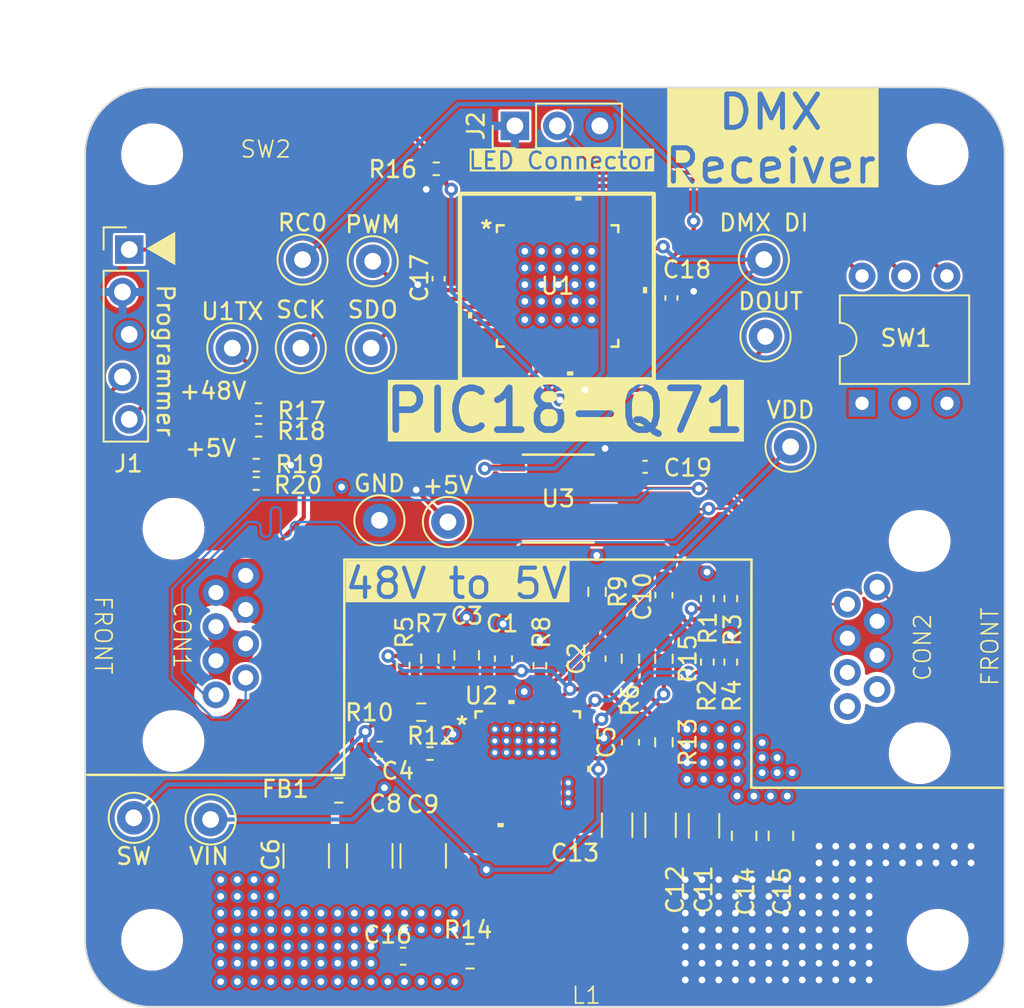
<source format=kicad_pcb>
(kicad_pcb (version 20221018) (generator pcbnew)
  (layers (0 "F.Cu" signal) (1 "In1.Cu" signal) (2 "In2.Cu" signal) (31 "B.Cu" signal) (34 "B.Paste" user) (35 "F.Paste" user) (36 "B.SilkS" user "B.Silkscreen") (37 "F.SilkS" user "F.Silkscreen") (38 "B.Mask" user) (39 "F.Mask" user) (44 "Edge.Cuts" user))
  (net 0 "")
  (net 1 "+5V")
  (net 2 "D+")
  (net 3 "D-")
  (net 4 "MCLR")
  (net 5 "ICSPDAT")
  (net 6 "ICSPCLK")
  (net 7 "DOUT")
  (net 8 "Net-(U1A-RD1)")
  (net 9 "Net-(U1A-RD2)")
  (net 10 "Net-(U1A-RD3)")
  (net 11 "FLOAT")
  (net 12 "DMX DATA IN")
  (net 13 "Net-(U1A-RB0)")
  (net 14 "Net-(U1A-RB1)")
  (net 15 "Net-(U1A-RB3)")
  (net 16 "Net-(U1A-RB4)")
  (net 17 "VIN")
  (net 18 "SW")
  (net 19 "FB")
  (net 20 "GND")
  (net 21 "ILIM")
  (net 22 "VDD")
  (net 23 "+48V")
  (net 24 "Net-(D1-A)")
  (net 25 "Net-(D2-A)")
  (net 26 "Net-(U1A-RC0)")
  (net 27 "Net-(U2B-SVIN)")
  (net 28 "Net-(U2B-PVDD)")
  (net 29 "Net-(U2A-FREQ)")
  (net 30 "Net-(U2A-EN)")
  (net 31 "Net-(U2A-PG)")
  (net 32 "Net-(U2A-BST)")
  (net 33 "Net-(U2B-AGND)")
  (net 34 "Net-(C4-Pad1)")
  (net 35 "Net-(C10-Pad1)")
  (net 36 "Net-(C16-Pad1)")
  (footprint "Resistor_SMD:R_0402_1005Metric_Pad0.72x0.64mm_HandSolder" (layer "F.Cu") (at 160.37 99.28)
    (fp_text reference "R17")
    (fp_text value "30k")
  )
  (footprint "TestPoint:TestPoint_Loop_D2.50mm_Drill1.0mm" (layer "F.Cu") (at 190.7 94.9)
    (fp_text reference "TP5" hide)
    (fp_text value "DOUT")
  )
  (footprint "Fiducial:Fiducial_1mm_Mask2mm" (layer "F.Cu") (at 203.1 88.7)
    (fp_text reference "FID3" hide)
    (fp_text value "Fiducial")
  )
  (footprint "Resistor_SMD:R_0402_1005Metric_Pad0.72x0.64mm_HandSolder" (layer "F.Cu") (at 177.2 114.6 -90)
    (fp_text reference "R8")
    (fp_text value "0R")
  )
  (footprint "Fiducial:Fiducial_1mm_Mask2mm" (layer "F.Cu") (at 203.1 123.2)
    (fp_text reference "FID2" hide)
    (fp_text value "Fiducial")
  )
  (footprint "Capacitor_SMD:C_1206_3216Metric_Pad1.33x1.80mm_HandSolder" (layer "F.Cu") (at 187.021399 124.178601 90)
    (fp_text reference "C11")
    (fp_text value "100uF")
  )
  (footprint "E5J88-00LJG2-L:E5J88-00LJG2-L" (layer "F.Cu") (at 199.92 113.485 90)
    (fp_text reference "CON2")
    (fp_text value "~")
  )
  (footprint "Capacitor_SMD:C_0603_1608Metric_Pad1.08x0.95mm_HandSolder" (layer "F.Cu") (at 184.621399 110.378601 90)
    (fp_text reference "C10")
    (fp_text value "0.1uF")
  )
  (footprint "Capacitor_SMD:C_0402_1005Metric_Pad0.74x0.62mm_HandSolder" (layer "F.Cu") (at 185.07 92.6 90)
    (fp_text reference "C18")
    (fp_text value ".1uF")
  )
  (footprint "TestPoint:TestPoint_Loop_D2.50mm_Drill1.0mm" (layer "F.Cu") (at 192.2 101.5)
    (fp_text reference "TP12" hide)
    (fp_text value "VDD")
  )
  (footprint "Resistor_SMD:R_0201_0603Metric_Pad0.64x0.40mm_HandSolder" (layer "F.Cu") (at 157.99 99.2)
    (fp_text reference "D1" hide)
    (fp_text value "+48V")
  )
  (footprint "Resistor_SMD:R_0402_1005Metric_Pad0.72x0.64mm_HandSolder" (layer "F.Cu") (at 187.221399 110.578601 90)
    (fp_text reference "R1")
    (fp_text value "300k")
  )
  (footprint "Package_DIP:DIP-6_W7.62mm" (layer "F.Cu") (at 196.475 98.9 90)
    (fp_text reference "SW1")
    (fp_text value "SW_DIP_x03")
  )
  (footprint "MountingHole:MountingHole_3.2mm_M3" (layer "F.Cu") (at 201 131)
    (fp_text reference "H3" hide)
    (fp_text value "MountingHole" hide)
  )
  (footprint "TestPoint:TestPoint_Loop_D2.50mm_Drill1.0mm" (layer "F.Cu") (at 162.9 95.6)
    (fp_text reference "TP2" hide)
    (fp_text value "SCK")
  )
  (footprint "Capacitor_SMD:C_0805_2012Metric_Pad1.18x1.45mm_HandSolder" (layer "F.Cu") (at 172.821399 113.978601 90)
    (fp_text reference "C3")
    (fp_text value "1uF")
  )
  (footprint "Resistor_SMD:R_0402_1005Metric_Pad0.72x0.64mm_HandSolder" (layer "F.Cu") (at 160.23 103.7 180)
    (fp_text reference "R20")
    (fp_text value "790")
  )
  (footprint "Connector_PinHeader_2.54mm:PinHeader_1x03_P2.54mm_Vertical" (layer "F.Cu") (at 175.705 82.3 90)
    (fp_text reference "J2")
    (fp_text value "Conn_01x03_Socket")
  )
  (footprint "TestPoint:TestPoint_Loop_D2.50mm_Drill1.0mm" (layer "F.Cu") (at 158.8 95.6)
    (fp_text reference "TP4" hide)
    (fp_text value "U1TX")
  )
  (footprint "Resistor_SMD:R_0402_1005Metric_Pad0.72x0.64mm_HandSolder" (layer "F.Cu") (at 160.23 102.6)
    (fp_text reference "R19")
    (fp_text value "1k")
  )
  (footprint "MountingHole:MountingHole_3.2mm_M3" (layer "F.Cu") (at 154 84)
    (fp_text reference "H1" hide)
    (fp_text value "MountingHole" hide)
  )
  (footprint "Resistor_SMD:R_0402_1005Metric_Pad0.72x0.64mm_HandSolder" (layer "F.Cu") (at 171 84.87)
    (fp_text reference "R16")
    (fp_text value "10k")
  )
  (footprint "Resistor_SMD:R_0402_1005Metric_Pad0.72x0.64mm_HandSolder" (layer "F.Cu") (at 188.621399 114.381101 -90)
    (fp_text reference "R4")
    (fp_text value "0R")
  )
  (footprint "LOGO" (layer "F.Cu") (at 154.52 89.64 -90)
    (fp_text reference "G***" hide)
    (fp_text value "LOGO" hide)
  )
  (footprint "EVQ-P7A01P:EVQ-P7A01P" (layer "F.Cu") (at 160.8 81.5 180)
    (fp_text reference "SW2")
    (fp_text value "MCLR_SW")
  )
  (footprint "Resistor_SMD:R_0201_0603Metric_Pad0.64x0.40mm_HandSolder" (layer "F.Cu") (at 157.8 102.6)
    (fp_text reference "D2" hide)
    (fp_text value "+5V")
  )
  (footprint "Capacitor_SMD:C_0402_1005Metric_Pad0.74x0.62mm_HandSolder" (layer "F.Cu") (at 183.5 102.7 180)
    (fp_text reference "C19")
    (fp_text value ".1uF")
  )
  (footprint "Resistor_SMD:R_0603_1608Metric_Pad0.98x0.95mm_HandSolder" (layer "F.Cu") (at 184.621399 119.178601 -90)
    (fp_text reference "R13")
    (fp_text value "1R")
  )
  (footprint "Resistor_SMD:R_0805_2012Metric_Pad1.20x1.40mm_HandSolder" (layer "F.Cu") (at 173.021399 131.978601)
    (fp_text reference "R14")
    (fp_text value "1R")
  )
  (footprint "TestPoint:TestPoint_Loop_D2.50mm_Drill1.0mm" (layer "F.Cu") (at 167.6 105.9)
    (fp_text reference "TP7" hide)
    (fp_text value "GND")
  )
  (footprint "Capacitor_SMD:C_1210_3225Metric_Pad1.33x2.70mm_HandSolder" (layer "F.Cu") (at 167.021399 125.978601 -90)
    (fp_text reference "C8")
    (fp_text value "10uF")
  )
  (footprint "SP485CN:NSOIC-8" (layer "F.Cu") (at 178.3 104.6)
    (fp_text reference "U3")
    (fp_text value "SP485CN-L")
  )
  (footprint "Capacitor_SMD:C_0603_1608Metric_Pad1.08x0.95mm_HandSolder" (layer "F.Cu") (at 169.021399 131.978601 180)
    (fp_text reference "C16")
    (fp_text value "1000pF")
  )
  (footprint "Capacitor_SMD:C_1206_3216Metric_Pad1.33x1.80mm_HandSolder" (layer "F.Cu") (at 184.421399 124.141101 90)
    (fp_text reference "C12")
    (fp_text value "100uF")
  )
  (footprint "Capacitor_SMD:C_0805_2012Metric_Pad1.18x1.45mm_HandSolder" (layer "F.Cu") (at 189.421399 124.778601 90)
    (fp_text reference "C14")
    (fp_text value "22uF")
  )
  (footprint "Resistor_SMD:R_0603_1608Metric_Pad0.98x0.95mm_HandSolder" (layer "F.Cu") (at 170.621399 114.178601 -90)
    (fp_text reference "R7")
    (fp_text value "1R")
  )
  (footprint "Resistor_SMD:R_0603_1608Metric_Pad0.98x0.95mm_HandSolder" (layer "F.Cu") (at 184.621399 114.178601 -90)
    (fp_text reference "R15")
    (fp_text value "24.9k")
  )
  (footprint "Capacitor_SMD:C_0603_1608Metric_Pad1.08x0.95mm_HandSolder" (layer "F.Cu") (at 167.621399 119.6536 180)
    (fp_text reference "C4")
    (fp_text value "0.1uF")
  )
  (footprint "Capacitor_SMD:C_0603_1608Metric_Pad1.08x0.95mm_HandSolder" (layer "F.Cu") (at 175.021399 114.178601 90)
    (fp_text reference "C1")
    (fp_text value "4.7uF")
  )
  (footprint "Resistor_SMD:R_0603_1608Metric_Pad0.98x0.95mm_HandSolder" (layer "F.Cu") (at 180.621399 110.178601 -90)
    (fp_text reference "R9")
    (fp_text value "1.37k")
  )
  (footprint "Q71:TQFP48_PT_MCH" (layer "F.Cu") (at 178.26 91.88)
    (fp_text reference "U1")
    (fp_text value "PIC18F56Q71-I/PT")
  )
  (footprint "TestPoint:TestPoint_Loop_D2.50mm_Drill1.0mm" (layer "F.Cu") (at 152.9 123.7)
    (fp_text reference "TP11" hide)
    (fp_text value "SW")
  )
  (footprint "MIC28517T-E-PHA:VQFN32_6X6_3EP_PHA_MCH" (layer "F.Cu") (at 176.474999 120.4536)
    (fp_text reference "U2")
    (fp_text value "MIC28517T-E/PHA")
  )
  (footprint "Capacitor_SMD:C_0402_1005Metric_Pad0.74x0.62mm_HandSolder" (layer "F.Cu") (at 171.14 91.45 -90)
    (fp_text reference "C17")
    (fp_text value ".1uF")
  )
  (footprint "TestPoint:TestPoint_Loop_D2.50mm_Drill1.0mm" (layer "F.Cu") (at 167.1 95.6)
    (fp_text reference "TP3" hide)
    (fp_text value "SDO")
  )
  (footprint "Resistor_SMD:R_0402_1005Metric_Pad0.72x0.64mm_HandSolder" (layer "F.Cu") (at 169.021399 114.578601 90)
    (fp_text reference "R5")
    (fp_text value "100k")
  )
  (footprint "E5J88-00LJG2-L:E5J88-00LJG2-L" (layer "F.Cu") (at 155.28 112.755 -90)
    (fp_text reference "CON1")
    (fp_text value "~")
  )
  (footprint "TestPoint:TestPoint_Loop_D2.50mm_Drill1.0mm" (layer "F.Cu") (at 190.6 90.3)
    (fp_text reference "TP6" hide)
    (fp_text value "DMX DI")
  )
  (footprint "Resistor_SMD:R_0402_1005Metric_Pad0.72x0.64mm_HandSolder" (layer "F.Cu") (at 188.621399 110.578601 -90)
    (fp_text reference "R3")
    (fp_text value "100k")
  )
  (footprint "TestPoint:TestPoint_Loop_D2.50mm_Drill1.0mm" (layer "F.Cu") (at 171.7 106)
    (fp_text reference "TP8" hide)
    (fp_text value "+5V")
  )
  (footprint "Capacitor_SMD:C_1210_3225Metric_Pad1.33x2.70mm_HandSolder" (layer "F.Cu") (at 170.221399 125.978601 -90)
    (fp_text reference "C9")
    (fp_text value "10uF")
  )
  (footprint "MountingHole:MountingHole_3.2mm_M3" (layer "F.Cu") (at 201 84)
    (fp_text reference "H2" hide)
    (fp_text value "MountingHole" hide)
  )
  (footprint "Capacitor_SMD:C_1210_3225Metric_Pad1.33x2.70mm_HandSolder" (layer "F.Cu") (at 163.221399 125.978601 -90)
    (fp_text reference "C6")
    (fp_text value "10uF")
  )
  (footprint "Capacitor_SMD:C_0603_1608Metric_Pad1.08x0.95mm_HandSolder" (layer "F.Cu") (at 180.621399 114.178601 90)
    (fp_text reference "C2")
    (fp_text value "4700pF")
  )
  (footprint "Fiducial:Fiducial_1mm_Mask2mm" (layer "F.Cu") (at 158.6 88.7)
    (fp_text reference "FID1" hide)
    (fp_text value "Fiducial")
  )
  (footprint "Capacitor_SMD:C_0805_2012Metric_Pad1.18x1.45mm_HandSolder" (layer "F.Cu") (at 191.621399 124.778601 90)
    (fp_text reference "C15")
    (fp_text value "22uF")
  )
  (footprint "Capacitor_SMD:C_0603_1608Metric_Pad1.08x0.95mm_HandSolder" (layer "F.Cu") (at 182.621399 119.178601 90)
    (fp_text reference "C5")
    (fp_text value "4.7uF")
  )
  (footprint "TestPoint:TestPoint_Loop_D2.50mm_Drill1.0mm" (layer "F.Cu") (at 163 90.3)
    (fp_text reference "TP10" hide)
    (fp_text value "RC0")
  )
  (footprint "XGL6060:XGL6060" (layer "F.Cu") (at 179.9 130.5)
    (fp_text reference "L1")
    (fp_text value "3.3uH")
  )
  (footprint "Resistor_SMD:R_0402_1005Metric_Pad0.72x0.64mm_HandSolder" (layer "F.Cu") (at 170.621399 119.8536)
    (fp_text reference "R12")
    (fp_text value "0R")
  )
  (footprint "Resistor_SMD:R_0805_2012Metric_Pad1.20x1.40mm_HandSolder" (layer "F.Cu") (at 165.167799 122.0536)
    (fp_text reference "FB1")
    (fp_text value "120R")
  )
  (footprint "Resistor_SMD:R_0603_1608Metric_Pad0.98x0.95mm_HandSolder" (layer "F.Cu") (at 170.108899 117.378601)
    (fp_text reference "R10")
    (fp_text value "3.01k")
  )
  (footprint "Resistor_SMD:R_0402_1005Metric_Pad0.72x0.64mm_HandSolder" (layer "F.Cu") (at 187.221399 114.378601 -90)
    (fp_text reference "R2")
    (fp_text value "100k")
  )
  (footprint "TestPoint:TestPoint_Loop_D2.50mm_Drill1.0mm" (layer "F.Cu") (at 157.5 123.8)
    (fp_text reference "TP9" hide)
    (fp_text value "VIN")
  )
  (footprint "TestPoint:TestPoint_Loop_D2.50mm_Drill1.0mm" (layer "F.Cu") (at 167.2 90.4)
    (fp_text reference "TP1" hide)
    (fp_text value "PWM")
  )
  (footprint "Capacitor_SMD:C_1206_3216Metric_Pad1.33x1.80mm_HandSolder" (layer "F.Cu") (at 181.821399 124.141101 90)
    (fp_text reference "C13")
    (fp_text value "100uF")
  )
  (footprint "Resistor_SMD:R_0603_1608Metric_Pad0.98x0.95mm_HandSolder" (layer "F.Cu") (at 182.621399 114.178601 -90)
    (fp_text reference "R6")
    (fp_text value "10k")
  )
  (footprint "MountingHole:MountingHole_3.2mm_M3" (layer "F.Cu") (at 154 131)
    (fp_text reference "H4" hide)
    (fp_text value "MountingHole" hide)
  )
  (footprint "Connector_PinHeader_2.54mm:PinHeader_1x05_P2.54mm_Vertical" (layer "F.Cu") (at 152.43 89.7)
    (fp_text reference "J1")
    (fp_text value "Conn_01x05_Socket")
  )
  (footprint "Resistor_SMD:R_0402_1005Metric_Pad0.72x0.64mm_HandSolder" (layer "F.Cu") (at 160.38 100.51 180)
    (fp_text reference "R18")
    (fp_text value "1.4k")
  )
  (gr_line (start 165.5 108.25) (end 189.86 108.25) (stroke (width 0.15)) (layer "F.SilkS"))
  (gr_line (start 189.85 121.9) (end 204.9 121.9) (stroke (width 0.15)) (layer "F.SilkS"))
  (gr_line (start 189.86 108.25) (end 189.85 121.9) (stroke (width 0.15)) (layer "F.SilkS"))
  (gr_line (start 165.5 108.25) (end 165.49 121.14) (stroke (width 0.15)) (layer "F.SilkS"))
  (gr_rect (start 172.42 86.36) (end 184.02 97.46) (stroke (width 0.25)) (fill none) (layer "F.SilkS"))
  (gr_line (start 165.49 121.14) (end 150.12 121.13) (stroke (width 0.15)) (layer "F.SilkS"))
  (gr_line (start 150 131) (end 150 84) (stroke (width 0.1)) (layer "Edge.Cuts"))
  (gr_arc (start 201 80) (mid 203.828427 81.171573) (end 205 84) (stroke (width 0.1)) (layer "Edge.Cuts"))
  (gr_arc (start 150 84) (mid 151.171573 81.171573) (end 154 80) (stroke (width 0.1)) (layer "Edge.Cuts"))
  (gr_arc (start 205 131) (mid 203.828427 133.828427) (end 201 135) (stroke (width 0.1)) (layer "Edge.Cuts"))
  (gr_line (start 154 80) (end 201 80) (stroke (width 0.1)) (layer "Edge.Cuts"))
  (gr_arc (start 154 135) (mid 151.171573 133.828427) (end 150 131) (stroke (width 0.1)) (layer "Edge.Cuts"))
  (gr_line (start 201 135) (end 154 135) (stroke (width 0.1)) (layer "Edge.Cuts"))
  (gr_line (start 205 131) (end 205 84) (stroke (width 0.1)) (layer "Edge.Cuts"))
  (gr_text "48V to 5V" (at 165.41 110.71) (layer "F.SilkS" knockout) (effects (font (size 1.75 1.75) (thickness 0.25)) (justify left bottom)))
  (gr_text "Programmer" (at 154.21 91.7 -90) (layer "F.SilkS") (effects (font (size 1 1)) (justify left bottom)))
  (gr_text "PIC18-Q71" (at 178.7 100.8) (layer "F.SilkS" knockout) (effects (font (size 2.5 2.5) (thickness 0.4) bold) (justify bottom)))
  (gr_text "LED Connector" (at 172.85 84.97) (layer "F.SilkS" knockout) (effects (font (size 1 1)) (justify left bottom)))
  (gr_text "DMX\nReceiver" (at 191 85.87) (layer "F.SilkS" knockout) (effects (font (size 2 2) (thickness 0.3)) (justify bottom)))
  (segment (start 181.02415 101.67585) (end 181.1 101.6) (width 0.25) (layer "F.Cu") (net 1))
  (segment (start 185.07 92.0325) (end 186.2325 92.0325) (width 0.25) (layer "F.Cu") (net 1))
  (segment (start 182.4383 92.13) (end 184.9725 92.13) (width 0.25) (layer "F.Cu") (net 1))
  (segment (start 184.873148 117.513601) (end 190.613601 117.513601) (width 0.25) (layer "F.Cu") (net 1))
  (segment (start 193.6 120.5) (end 193.6 123.8375) (width 0.25) (layer "F.Cu") (net 1))
  (segment (start 184.9725 92.13) (end 185.07 92.0325) (width 0.25) (layer "F.Cu") (net 1))
  (segment (start 182.571399 115.041101) (end 182.621399 115.091101) (width 0.25) (layer "F.Cu") (net 1))
  (segment (start 190.613601 117.513601) (end 193.6 120.5) (width 0.25) (layer "F.Cu") (net 1))
  (segment (start 174.0817 92.13) (end 171.2525 92.13) (width 0.25) (layer "F.Cu") (net 1))
  (segment (start 185.0475 92.13) (end 185.07 92.1075) (width 0.25) (layer "F.Cu") (net 1))
  (segment (start 181.02415 102.695) (end 182.9275 102.695) (width 0.25) (layer "F.Cu") (net 1))
  (segment (start 182.621399 115.261852) (end 184.873148 117.513601) (width 0.25) (layer "F.Cu") (net 1))
  (segment (start 180.621399 115.041101) (end 182.571399 115.041101) (width 0.25) (layer "F.Cu") (net 1))
  (segment (start 181.02415 102.695) (end 181.02415 101.67585) (width 0.25) (layer "F.Cu") (net 1))
  (segment (start 160.8275 102.6) (end 162.3 102.6) (width 0.25) (layer "F.Cu") (net 1))
  (segment (start 170.4025 84.87) (end 170.4025 86.0975) (width 0.25) (layer "F.Cu") (net 1))
  (segment (start 193.6 123.8375) (end 191.621399 125.816101) (width 0.25) (layer "F.Cu") (net 1))
  (segment (start 169.8 104.1) (end 169.8 104.0805) (width 0.25) (layer "F.Cu") (net 1))
  (segment (start 169.9 91.8) (end 170.1175 92.0175) (width 0.25) (layer "F.Cu") (net 1))
  (segment (start 170.1175 92.0175) (end 171.14 92.0175) (width 0.25) (layer "F.Cu") (net 1))
  (segment (start 171.7 106) (end 169.8 104.1) (width 0.25) (layer "F.Cu") (net 1))
  (segment (start 182.9275 102.695) (end 182.9325 102.7) (width 0.25) (layer "F.Cu") (net 1))
  (segment (start 182.621399 115.091101) (end 182.621399 115.261852) (width 0.25) (layer "F.Cu") (net 1))
  (segment (start 171.2525 92.13) (end 171.14 92.0175) (width 0.25) (layer "F.Cu") (net 1))
  (segment (start 170.4025 86.0975) (end 170.4 86.1) (width 0.25) (layer "F.Cu") (net 1))
  (segment (start 186.2325 92.0325) (end 186.4 92.2) (width 0.25) (layer "F.Cu") (net 1))
  (via (at 194.9 128.4) (size 0.8) (drill 0.4) (layers "F.Cu" "B.Cu") (net 1))
  (via (at 198.9 125.4) (size 0.8) (drill 0.4) (layers "F.Cu" "B.Cu") (net 1))
  (via (at 190.9 127.4) (size 0.8) (drill 0.4) (layers "F.Cu" "B.Cu") (net 1))
  (via (at 186.9 130.4) (size 0.8) (drill 0.4) (layers "F.Cu" "B.Cu") (net 1))
  (via (at 196.9 131.4) (size 0.8) (drill 0.4) (layers "F.Cu" "B.Cu") (net 1))
  (via (at 198.9 126.4) (size 0.8) (drill 0.4) (layers "F.Cu" "B.Cu") (net 1))
  (via (at 185.9 129.4) (size 0.8) (drill 0.4) (layers "F.Cu" "B.Cu") (net 1))
  (via (at 193.9 133.4) (size 0.8) (drill 0.4) (layers "F.Cu" "B.Cu") (net 1))
  (via (at 185.9 131.4) (size 0.8) (drill 0.4) (layers "F.Cu" "B.Cu") (net 1))
  (via (at 189.9 130.4) (size 0.8) (drill 0.4) (layers "F.Cu" "B.Cu") (net 1))
  (via (at 191.9 127.4) (size 0.8) (drill 0.4) (layers "F.Cu" "B.Cu") (net 1))
  (via (at 196.9 129.4) (size 0.8) (drill 0.4) (layers "F.Cu" "B.Cu") (net 1))
  (via (at 203 125.4) (size 0.8) (drill 0.4) (layers "F.Cu" "B.Cu") (net 1))
  (via (at 195.9 127.4) (size 0.8) (drill 0.4) (layers "F.Cu" "B.Cu") (net 1))
  (via (at 190.9 131.4) (size 0.8) (drill 0.4) (layers "F.Cu" "B.Cu") (net 1))
  (via (at 189.9 132.4) (size 0.8) (drill 0.4) (layers "F.Cu" "B.Cu") (net 1))
  (via (at 196.9 133.4) (size 0.8) (drill 0.4) (layers "F.Cu" "B.Cu") (net 1))
  (via (at 186.9 129.4) (size 0.8) (drill 0.4) (layers "F.Cu" "B.Cu") (net 1))
  (via (at 185.9 130.4) (size 0.8) (drill 0.4) (layers "F.Cu" "B.Cu") (net 1))
  (via (at 187.9 133.4) (size 0.8) (drill 0.4) (layers "F.Cu" "B.Cu") (net 1))
  (via (at 195.9 131.4) (size 0.8) (drill 0.4) (layers "F.Cu" "B.Cu") (net 1))
  (via (at 202 125.4) (size 0.8) (drill 0.4) (layers "F.Cu" "B.Cu") (net 1))
  (via (at 193.9 132.4) (size 0.8) (drill 0.4) (layers "F.Cu" "B.Cu") (net 1))
  (via (at 190.9 128.4) (size 0.8) (drill 0.4) (layers "F.Cu" "B.Cu") (net 1))
  (via (at 187.9 132.4) (size 0.8) (drill 0.4) (layers "F.Cu" "B.Cu") (net 1))
  (via (at 196.9 127.4) (size 0.8) (drill 0.4) (layers "F.Cu" "B.Cu") (net 1))
  (via (at 185.9 127.4) (size 0.8) (drill 0.4) (layers "F.Cu" "B.Cu") (net 1))
  (via (at 192.9 132.4) (size 0.8) (drill 0.4) (layers "F.Cu" "B.Cu") (net 1))
  (via (at 194.9 130.4) (size 0.8) (drill 0.4) (layers "F.Cu" "B.Cu") (net 1))
  (via (at 199.9 126.4) (size 0.8) (drill 0.4) (layers "F.Cu" "B.Cu") (net 1))
  (via (at 196.9 126.4) (size 0.8) (drill 0.4) (layers "F.Cu" "B.Cu") (net 1))
  (via (at 194.9 131.4) (size 0.8) (drill 0.4) (layers "F.Cu" "B.Cu") (net 1))
  (via (at 193.9 127.4) (size 0.8) (drill 0.4) (layers "F.Cu" "B.Cu") (net 1))
  (via (at 195.9 126.4) (size 0.8) (drill 0.4) (layers "F.Cu" "B.Cu") (net 1))
  (via (at 202 126.4) (size 0.8) (drill 0.4) (layers "F.Cu" "B.Cu") (net 1))
  (via (at 185.9 132.4) (size 0.8) (drill 0.4) (layers "F.Cu" "B.Cu") (net 1))
  (via (at 169.8 104.0805) (size 0.8) (drill 0.4) (layers "F.Cu" "B.Cu") (net 1))
  (via (at 188.9 131.4) (size 0.8) (drill 0.4) (layers "F.Cu" "B.Cu") (net 1))
  (via (at 186.9 132.4) (size 0.8) (drill 0.4) (layers "F.Cu" "B.Cu") (net 1))
  (via (at 191.9 132.4) (size 0.8) (drill 0.4) (layers "F.Cu" "B.Cu") (net 1))
  (via (at 186.9 133.4) (size 0.8) (drill 0.4) (layers "F.Cu" "B.Cu") (net 1))
  (via (at 189.9 127.4) (size 0.8) (drill 0.4) (layers "F.Cu" "B.Cu") (net 1))
  (via (at 191.9 130.4) (size 0.8) (drill 0.4) (layers "F.Cu" "B.Cu") (net 1))
  (via (at 186.9 127.4) (size 0.8) (drill 0.4) (layers "F.Cu" "B.Cu") (net 1))
  (via (at 190.9 130.4) (size 0.8) (drill 0.4) (layers "F.Cu" "B.Cu") (net 1))
  (via (at 190.9 133.4) (size 0.8) (drill 0.4) (layers "F.Cu" "B.Cu") (net 1))
  (via (at 191.9 129.4) (size 0.8) (drill 0.4) (layers "F.Cu" "B.Cu") (net 1))
  (via (at 192.9 133.4) (size 0.8) (drill 0.4) (layers "F.Cu" "B.Cu") (net 1))
  (via (at 187.9 128.4) (size 0.8) (drill 0.4) (layers "F.Cu" "B.Cu") (net 1))
  (via (at 188.9 133.4) (size 0.8) (drill 0.4) (layers "F.Cu" "B.Cu") (net 1))
  (via (at 169.9 91.8) (size 0.8) (drill 0.4) (layers "F.Cu" "B.Cu") (net 1))
  (via (at 192.9 128.4) (size 0.8) (drill 0.4) (layers "F.Cu" "B.Cu") (net 1))
  (via (at 195.9 128.4) (size 0.8) (drill 0.4) (layers "F.Cu" "B.Cu") (net 1))
  (via (at 185.9 133.4) (size 0.8) (drill 0.4) (layers "F.Cu" "B.Cu") (net 1))
  (via (at 190.9 132.4) (size 0.8) (drill 0.4) (layers "F.Cu" "B.Cu") (net 1))
  (via (at 188.9 127.4) (size 0.8) (drill 0.4) (layers "F.Cu" "B.Cu") (net 1))
  (via (at 194.9 126.4) (size 0.8) (drill 0.4) (layers "F.Cu" "B.Cu") (net 1))
  (via (at 195.9 130.4) (size 0.8) (drill 0.4) (layers "F.Cu" "B.Cu") (net 1))
  (via (at 192.9 129.4) (size 0.8) (drill 0.4) (layers "F.Cu" "B.Cu") (net 1))
  (via (at 188.9 129.4) (size 0.8) (drill 0.4) (layers "F.Cu" "B.Cu") (net 1))
  (via (at 187.9 131.4) (size 0.8) (drill 0.4) (layers "F.Cu" "B.Cu") (net 1))
  (via (at 187.9 130.4) (size 0.8) (drill 0.4) (layers "F.Cu" "B.Cu") (net 1))
  (via (at 194.9 133.4) (size 0.8) (drill 0.4) (layers "F.Cu" "B.Cu") (net 1))
  (via (at 189.9 128.4) (size 0.8) (drill 0.4) (layers "F.Cu" "B.Cu") (net 1))
  (via (at 181.1 101.6) (size 0.8) (drill 0.4) (layers "F.Cu" "B.Cu") (net 1))
  (via (at 170.4 86.1) (size 0.8) (drill 0.4) (layers "F.Cu" "B.Cu") (net 1))
  (via (at 189.9 133.4) (size 0.8) (drill 0.4) (layers "F.Cu" "B.Cu") (net 1))
  (via (at 191.9 128.4) (size 0.8) (drill 0.4) (layers "F.Cu" "B.Cu") (net 1))
  (via (at 193.9 131.4) (size 0.8) (drill 0.4) (layers "F.Cu" "B.Cu") (net 1))
  (via (at 188.9 128.4) (size 0.8) (drill 0.4) (layers "F.Cu" "B.Cu") (net 1))
  (via (at 195.9 133.4) (size 0.8) (drill 0.4) (layers "F.Cu" "B.Cu") (net 1))
  (via (at 190.9 129.4) (size 0.8) (drill 0.4) (layers "F.Cu" "B.Cu") (net 1))
  (via (at 187.9 127.4) (size 0.8) (drill 0.4) (layers "F.Cu" "B.Cu") (net 1))
  (via (at 191.9 131.4) (size 0.8) (drill 0.4) (layers "F.Cu" "B.Cu") (net 1))
  (via (at 186.4 92.2) (size 0.8) (drill 0.4) (layers "F.Cu" "B.Cu") (net 1))
  (via (at 195.9 129.4) (size 0.8) (drill 0.4) (layers "F.Cu" "B.Cu") (net 1))
  (via (at 188.9 132.4) (size 0.8) (drill 0.4) (layers "F.Cu" "B.Cu") (net 1))
  (via (at 189.9 129.4) (size 0.8) (drill 0.4) (layers "F.Cu" "B.Cu") (net 1))
  (via (at 194.9 125.4) (size 0.8) (drill 0.4) (layers "F.Cu" "B.Cu") (net 1))
  (via (at 196.9 132.4) (size 0.8) (drill 0.4) (layers "F.Cu" "B.Cu") (net 1))
  (via (at 192.9 130.4) (size 0.8) (drill 0.4) (layers "F.Cu" "B.Cu") (net 1))
  (via (at 200.9 125.4) (size 0.8) (drill 0.4) (layers "F.Cu" "B.Cu") (net 1))
  (via (at 199.9 125.4) (size 0.8) (drill 0.4) (layers "F.Cu" "B.Cu") (net 1))
  (via (at 203 126.4) (size 0.8) (drill 0.4) (layers "F.Cu" "B.Cu") (net 1))
  (via (at 200.9 126.4) (size 0.8) (drill 0.4) (layers "F.Cu" "B.Cu") (net 1))
  (via (at 187.9 129.4) (size 0.8) (drill 0.4) (layers "F.Cu" "B.Cu") (net 1))
  (via (at 189.9 131.4) (size 0.8) (drill 0.4) (layers "F.Cu" "B.Cu") (net 1))
  (via (at 194.9 127.4) (size 0.8) (drill 0.4) (layers "F.Cu" "B.Cu") (net 1))
  (via (at 196.9 128.4) (size 0.8) (drill 0.4) (layers "F.Cu" "B.Cu") (net 1))
  (via (at 188.9 130.4) (size 0.8) (drill 0.4) (layers "F.Cu" "B.Cu") (net 1))
  (via (at 196.9 125.4) (size 0.8) (drill 0.4) (layers "F.Cu" "B.Cu") (net 1))
  (via (at 186.9 128.4) (size 0.8) (drill 0.4) (layers "F.Cu" "B.Cu") (net 1))
  (via (at 194.9 129.4) (size 0.8) (drill 0.4) (layers "F.Cu" "B.Cu") (net 1))
  (via (at 197.9 126.4) (size 0.8) (drill 0.4) (layers "F.Cu" "B.Cu") (net 1))
  (via (at 193.9 125.4) (size 0.8) (drill 0.4) (layers "F.Cu" "B.Cu") (net 1))
  (via (at 195.9 125.4) (size 0.8) (drill 0.4) (layers "F.Cu" "B.Cu") (net 1))
  (via (at 195.9 132.4) (size 0.8) (drill 0.4) (layers "F.Cu" "B.Cu") (net 1))
  (via (at 191.9 133.4) (size 0.8) (drill 0.4) (layers "F.Cu" "B.Cu") (net 1))
  (via (at 193.9 129.4) (size 0.8) (drill 0.4) (layers "F.Cu" "B.Cu") (net 1))
  (via (at 192.9 127.4) (size 0.8) (drill 0.4) (layers "F.Cu" "B.Cu") (net 1))
  (via (at 192.9 131.4) (size 0.8) (drill 0.4) (layers "F.Cu" "B.Cu") (net 1))
  (via (at 196.9 130.4) (size 0.8) (drill 0.4) (layers "F.Cu" "B.Cu") (net 1))
  (via (at 185.9 128.4) (size 0.8) (drill 0.4) (layers "F.Cu" "B.Cu") (net 1))
  (via (at 193.9 130.4) (size 0.8) (drill 0.4) (layers "F.Cu" "B.Cu") (net 1))
  (via (at 193.9 128.4) (size 0.8) (drill 0.4) (layers "F.Cu" "B.Cu") (net 1))
  (via (at 186.9 131.4) (size 0.8) (drill 0.4) (layers "F.Cu" "B.Cu") (net 1))
  (via (at 193.9 126.4) (size 0.8) (drill 0.4) (layers "F.Cu" "B.Cu") (net 1))
  (via (at 162.3 102.6) (size 0.8) (drill 0.4) (layers "F.Cu" "B.Cu") (net 1))
  (via (at 194.9 132.4) (size 0.8) (drill 0.4) (layers "F.Cu" "B.Cu") (net 1))
  (via (at 197.9 125.4) (size 0.8) (drill 0.4) (layers "F.Cu" "B.Cu") (net 1))
  (segment (start 187.265 105.235) (end 187.3 105.2) (width 0.14) (layer "F.Cu") (net 2))
  (segment (start 191.2 108) (end 191.2 115.6) (width 0.14) (layer "F.Cu") (net 2))
  (segment (start 199.1 117) (end 199.1 111.62) (width 0.14) (layer "F.Cu") (net 2))
  (segment (start 188.4 105.2) (end 191.2 108) (width 0.14) (layer "F.Cu") (net 2))
  (segment (start 187.3 105.2) (end 188.4 105.2) (width 0.14) (layer "F.Cu") (net 2))
  (segment (start 197.6 118.5) (end 199.1 117) (width 0.14) (layer "F.Cu") (net 2))
  (segment (start 181.02415 105.235) (end 187.265 105.235) (width 0.14) (layer "F.Cu") (net 2))
  (segment (start 191.2 115.6) (end 194.1 118.5) (width 0.14) (layer "F.Cu") (net 2))
  (segment (start 199.1 111.62) (end 197.38 109.9) (width 0.14) (layer "F.Cu") (net 2))
  (segment (start 194.1 118.5) (end 197.6 118.5) (width 0.14) (layer "F.Cu") (net 2))
  (via (at 187.3 105.2) (size 0.8) (drill 0.4) (layers "F.Cu" "B.Cu") (net 2))
  (segment (start 157.14 116.34) (end 155.8 115) (width 0.14) (layer "B.Cu") (net 2))
  (segment (start 162.3 106.593024) (end 162.3 106.3) (width 0.14) (layer "B.Cu") (net 2))
  (segment (start 159.7 106) (end 160.2 106) (width 0.14) (layer "B.Cu") (net 2))
  (segment (start 161.7 105.40695) (end 161.7 106.593024) (width 0.14) (layer "B.Cu") (net 2))
  (segment (start 166.41 107.21) (end 185.289997 107.21) (width 0.14) (layer "B.Cu") (net 2))
  (segment (start 155.8 109.9) (end 159.7 106) (width 0.14) (layer "B.Cu") (net 2))
  (segment (start 155.8 115) (end 155.8 109.9) (width 0.14) (layer "B.Cu") (net 2))
  (segment (start 165.2 106) (end 166.41 107.21) (width 0.14) (layer "B.Cu") (net 2))
  (segment (start 185.289997 107.21) (end 187.3 105.2) (width 0.14) (layer "B.Cu") (net 2))
  (segment (start 157.82 116.34) (end 157.14 116.34) (width 0.14) (layer "B.Cu") (net 2))
  (segment (start 160.5 106.3) (end 160.5 106.59305) (width 0.14) (layer "B.Cu") (net 2))
  (segment (start 161.1 106.59305) (end 161.1 105.40695) (width 0.14) (layer "B.Cu") (net 2))
  (segment (start 162.6 106) (end 165.2 106) (width 0.14) (layer "B.Cu") (net 2))
  (arc (start 160.2 106) (mid 160.412132 106.087868) (end 160.5 106.3) (width 0.14) (layer "B.Cu") (net 2))
  (arc (start 162.3 106.3) (mid 162.387868 106.087868) (end 162.6 106) (width 0.14) (layer "B.Cu") (net 2))
  (arc (start 161.7 106.593024) (mid 161.787868 106.805156) (end 162 106.893024) (width 0.14) (layer "B.Cu") (net 2))
  (arc (start 161.1 105.40695) (mid 161.187868 105.194818) (end 161.4 105.10695) (width 0.14) (layer "B.Cu") (net 2))
  (arc (start 162 106.893024) (mid 162.212132 106.805156) (end 162.3 106.593024) (width 0.14) (layer "B.Cu") (net 2))
  (arc (start 160.5 106.59305) (mid 160.587868 106.805182) (end 160.8 106.89305) (width 0.14) (layer "B.Cu") (net 2))
  (arc (start 160.8 106.89305) (mid 161.012132 106.805182) (end 161.1 106.59305) (width 0.14) (layer "B.Cu") (net 2))
  (arc (start 161.4 105.10695) (mid 161.612132 105.194818) (end 161.7 105.40695) (width 0.14) (layer "B.Cu") (net 2))
  (segment (start 191.9 109.7) (end 192.216566 109.7) (width 0.14) (layer "F.Cu") (net 3))
  (segment (start 193.2 116.3) (end 193.6 115.9) (width 0.14) (layer "F.Cu") (net 3))
  (segment (start 191.6 115.6) (end 192.3 116.3) (width 0.14) (layer "F.Cu") (net 3))
  (segment (start 192.216566 112.7) (end 191.9 112.7) (width 0.14) (layer "F.Cu") (net 3))
  (segment (start 191.9 114.5) (end 192.216566 114.5) (width 0.14) (layer "F.Cu") (net 3))
  (segment (start 192.216592 113.9) (end 191.9 113.9) (width 0.14) (layer "F.Cu") (net 3))
  (segment (start 192.216592 111.5) (end 191.9 111.5) (width 0.14) (layer "F.Cu") (net 3))
  (segment (start 192.216566 110.3) (end 191.9 110.3) (width 0.14) (layer "F.Cu") (net 3))
  (segment (start 193.6 115.9) (end 193.6 111.7) (width 0.14) (layer "F.Cu") (net 3))
  (segment (start 181.02415 103.965) (end 186.665 103.965) (width 0.14) (layer "F.Cu") (net 3))
  (segment (start 191.9 113.3) (end 192.216592 113.3) (width 0.14) (layer "F.Cu") (net 3))
  (segment (start 192.216566 115.1) (end 191.9 115.1) (width 0.14) (layer "F.Cu") (net 3))
  (segment (start 191.6 107.2) (end 191.6 109.4) (width 0.14) (layer "F.Cu") (net 3))
  (segment (start 188.4 104) (end 191.6 107.2) (width 0.14) (layer "F.Cu") (net 3))
  (segment (start 192.3 116.3) (end 193.2 116.3) (width 0.14) (layer "F.Cu") (net 3))
  (segment (start 194.38 110.92) (end 195.6 110.92) (width 0.14) (layer "F.Cu") (net 3))
  (segment (start 191.6 115.4) (end 191.6 115.6) (width 0.14) (layer "F.Cu") (net 3))
  (segment (start 191.9 110.9) (end 192.216592 110.9) (width 0.14) (layer "F.Cu") (net 3))
  (segment (start 186.665 103.965) (end 186.7 104) (width 0.14) (layer "F.Cu") (net 3))
  (segment (start 191.9 112.1) (end 192.216566 112.1) (width 0.14) (layer "F.Cu") (net 3))
  (segment (start 193.6 111.7) (end 194.38 110.92) (width 0.14) (layer "F.Cu") (net 3))
  (segment (start 186.7 104) (end 188.4 104) (width 0.14) (layer "F.Cu") (net 3))
  (via (at 186.7 104) (size 0.8) (drill 0.4) (layers "F.Cu" "B.Cu") (net 3))
  (arc (start 191.9 112.7) (mid 191.687868 112.787868) (end 191.6 113) (width 0.14) (layer "F.Cu") (net 3))
  (arc (start 192.516566 110) (mid 192.428698 110.212132) (end 192.216566 110.3) (width 0.14) (layer "F.Cu") (net 3))
  (arc (start 192.216566 112.1) (mid 192.428698 112.187868) (end 192.516566 112.4) (width 0.14) (layer "F.Cu") (net 3))
  (arc (start 192.216592 110.9) (mid 192.428724 110.987868) (end 192.516592 111.2) (width 0.14) (layer "F.Cu") (net 3))
  (arc (start 191.6 114.2) (mid 191.687868 114.412132) (end 191.9 114.5) (width 0.14) (layer "F.Cu") (net 3))
  (arc (start 191.9 115.1) (mid 191.687868 115.187868) (end 191.6 115.4) (width 0.14) (layer "F.Cu") (net 3))
  (arc (start 191.6 110.6) (mid 191.687868 110.812132) (end 191.9 110.9) (width 0.14) (layer "F.Cu") (net 3))
  (arc (start 192.516566 114.8) (mid 192.428698 115.012132) (end 192.216566 115.1) (width 0.14) (layer "F.Cu") (net 3))
  (arc (start 192.216566 114.5) (mid 192.428698 114.587868) (end 192.516566 114.8) (width 0.14) (layer "F.Cu") (net 3))
  (arc (start 191.6 109.4) (mid 191.687868 109.612132) (end 191.9 109.7) (width 0.14) (layer "F.Cu") (net 3))
  (arc (start 192.516592 113.6) (mid 192.428724 113.812132) (end 192.216592 113.9) (width 0.14) (layer "F.Cu") (net 3))
  (arc (start 192.516592 111.2) (mid 192.428724 111.412132) (end 192.216592 111.5) (width 0.14) (layer "F.Cu") (net 3))
  (arc (start 191.9 111.5) (mid 191.687868 111.587868) (end 191.6 111.8) (width 0.14) (layer "F.Cu") (net 3))
  (arc (start 191.9 110.3) (mid 191.687868 110.387868) (end 191.6 110.6) (width 0.14) (layer "F.Cu") (net 3))
  (arc (start 191.6 111.8) (mid 191.687868 112.012132) (end 191.9 112.1) (width 0.14) (layer "F.Cu") (net 3))
  (arc (start 191.6 113) (mid 191.687868 113.212132) (end 191.9 113.3) (width 0.14) (layer "F.Cu") (net 3))
  (arc (start 192.216566 109.7) (mid 192.428698 109.787868) (end 192.516566 110) (width 0.14) (layer "F.Cu") (net 3))
  (arc (start 192.516566 112.4) (mid 192.428698 112.612132) (end 192.216566 112.7) (width 0.14) (layer "F.Cu") (net 3))
  (arc (start 191.9 113.9) (mid 191.687868 113.987868) (end 191.6 114.2) (width 0.14) (layer "F.Cu") (net 3))
  (arc (start 192.216592 113.3) (mid 192.428724 113.387868) (end 192.516592 113.6) (width 0.14) (layer "F.Cu") (net 3))
  (segment (start 186.7 104) (end 183.74902 104) (width 0.14) (layer "B.Cu") (net 3))
  (segment (start 160.51 104.69) (end 155.2 110) (width 0.14) (layer "B.Cu") (net 3))
  (segment (start 159.6 116.6) (end 159.6 115.32) (width 0.14) (layer "B.Cu") (net 3))
  (segment (start 183.74902 104) (end 183.05902 104.69) (width 0.14) (layer "B.Cu") (net 3))
  (segment (start 157.6 117.7) (end 158.5 117.7) (width 0.14) (layer "B.Cu") (net 3))
  (segment (start 155.2 110) (end 155.2 115.3) (width 0.14) (layer "B.Cu") (net 3))
  (segment (start 155.2 115.3) (end 157.6 117.7) (width 0.14) (layer "B.Cu") (net 3))
  (segment (start 183.05902 104.69) (end 160.51 104.69) (width 0.14) (layer "B.Cu") (net 3))
  (segment (start 158.5 117.7) (end 159.6 116.6) (width 0.14) (layer "B.Cu") (net 3))
  (segment (start 159 82.225) (end 162.6 82.225) (width 0.25) (layer "F.Cu") (net 4))
  (segment (start 154.94 89.7) (end 159 85.64) (width 0.25) (layer "F.Cu") (net 4))
  (segment (start 152.6332 89.7) (end 154.94 89.7) (width 0.25) (layer "F.Cu") (net 4))
  (segment (start 162.6 82.225) (end 168.9525 82.225) (width 0.25) (layer "F.Cu") (net 4))
  (segment (start 171.5975 84.87) (end 171.5975 85.7975) (width 0.25) (layer "F.Cu") (net 4))
  (segment (start 171.5975 85.7975) (end 171.9 86.1) (width 0.25) (layer "F.Cu") (net 4))
  (segment (start 179.010001 98.089999) (end 179.010001 96.0583) (width 0.25) (layer "F.Cu") (net 4))
  (segment (start 159 85.64) (end 159 82.225) (width 0.25) (layer "F.Cu") (net 4))
  (segment (start 178.4 98.7) (end 179.010001 98.089999) (width 0.25) (layer "F.Cu") (net 4))
  (segment (start 168.9525 82.225) (end 171.5975 84.87) (width 0.25) (layer "F.Cu") (net 4))
  (via (at 171.9 86.1) (size 0.8) (drill 0.4) (layers "F.Cu" "B.Cu") (net 4))
  (via (at 178.4 98.7) (size 0.8) (drill 0.4) (layers "F.Cu" "B.Cu") (net 4))
  (segment (start 171.9 86.1) (end 171.9 92.2) (width 0.25) (layer "B.Cu") (net 4))
  (segment (start 171.9 92.2) (end 178.4 98.7) (width 0.25) (layer "B.Cu") (net 4))
  (segment (start 153.66 101.14) (end 151.73 101.14) (width 0.25) (layer "F.Cu") (net 5))
  (segment (start 156.375 98.425) (end 153.66 101.14) (width 0.25) (layer "F.Cu") (net 5))
  (segment (start 177.195001 98.425) (end 156.375 98.425) (width 0.25) (layer "F.Cu") (net 5))
  (segment (start 151.73 101.14) (end 151.4 100.81) (width 0.25) (layer "F.Cu") (net 5))
  (segment (start 151.4 100.81) (end 151.4 98.35) (width 0.25) (layer "F.Cu") (net 5))
  (segment (start 178.51 96.0583) (end 178.51 97.110001) (width 0.25) (layer "F.Cu") (net 5))
  (segment (start 178.51 97.110001) (end 177.195001 98.425) (width 0.25) (layer "F.Cu") (net 5))
  (segment (start 151.4 98.35) (end 152.43 97.32) (width 0.25) (layer "F.Cu") (net 5))
  (segment (start 155.6 98.035) (end 176.9564 98.035) (width 0.25) (layer "F.Cu") (net 6))
  (segment (start 176.9564 98.035) (end 178.01 96.9814) (width 0.25) (layer "F.Cu") (net 6))
  (segment (start 178.01 96.9814) (end 178.01 96.0583) (width 0.25) (layer "F.Cu") (net 6))
  (segment (start 152.6332 99.86) (end 154.4582 98.035) (width 0.25) (layer "F.Cu") (net 6))
  (segment (start 154.4582 98.035) (end 155.6 98.035) (width 0.25) (layer "F.Cu") (net 6))
  (segment (start 188.1 98.1) (end 190.7 95.5) (width 0.25) (layer "F.Cu") (net 7))
  (segment (start 179.9 98.1) (end 179.51 97.71) (width 0.25) (layer "F.Cu") (net 7))
  (segment (start 179.9 98.1) (end 188.1 98.1) (width 0.25) (layer "F.Cu") (net 7))
  (segment (start 179.51 97.71) (end 179.51 96.0583) (width 0.25) (layer "F.Cu") (net 7))
  (via (at 179.9 98.1) (size 0.8) (drill 0.4) (layers "F.Cu" "B.Cu") (net 7))
  (segment (start 180.965 85.02) (end 180.965 97.035) (width 0.25) (layer "B.Cu") (net 7))
  (segment (start 178.245 82.3) (end 180.965 85.02) (width 0.25) (layer "B.Cu") (net 7))
  (segment (start 180.965 97.035) (end 179.9 98.1) (width 0.25) (layer "B.Cu") (net 7))
  (segment (start 178.3 85.9) (end 178.01 86.19) (width 0.25) (layer "F.Cu") (net 8))
  (segment (start 178.01 86.19) (end 178.01 87.7017) (width 0.25) (layer "F.Cu") (net 8))
  (segment (start 191.095 85.9) (end 178.3 85.9) (width 0.25) (layer "F.Cu") (net 8))
  (segment (start 196.475 91.28) (end 191.095 85.9) (width 0.25) (layer "F.Cu") (net 8))
  (segment (start 199.015 91.28) (end 193.235 85.5) (width 0.25) (layer "F.Cu") (net 9))
  (segment (start 177.509999 85.890001) (end 177.509999 87.7017) (width 0.25) (layer "F.Cu") (net 9))
  (segment (start 193.235 85.5) (end 177.9 85.5) (width 0.25) (layer "F.Cu") (net 9))
  (segment (start 177.9 85.5) (end 177.509999 85.890001) (width 0.25) (layer "F.Cu") (net 9))
  (segment (start 195.375 85.1) (end 177.6 85.1) (width 0.25) (layer "F.Cu") (net 10))
  (segment (start 177.6 85.1) (end 177.01 85.69) (width 0.25) (layer "F.Cu") (net 10))
  (segment (start 177.01 85.69) (end 177.01 87.7017) (width 0.25) (layer "F.Cu") (net 10))
  (segment (start 201.555 91.28) (end 195.375 85.1) (width 0.25) (layer "F.Cu") (net 10))
  (segment (start 174.005 102.695) (end 173.9 102.8) (width 0.25) (layer "F.Cu") (net 12))
  (segment (start 184.470709 89.629999) (end 182.4383 89.629999) (width 0.25) (layer "F.Cu") (net 12))
  (segment (start 184.575354 89.525354) (end 184.470709 89.629999) (width 0.25) (layer "F.Cu") (net 12))
  (segment (start 175.57585 102.695) (end 174.005 102.695) (width 0.25) (layer "F.Cu") (net 12))
  (via (at 173.9 102.8) (size 0.8) (drill 0.4) (layers "F.Cu" "B.Cu") (net 12))
  (via (at 184.575354 89.525354) (size 0.8) (drill 0.4) (layers "F.Cu" "B.Cu") (net 12))
  (segment (start 178.1 102.8) (end 190.6 90.3) (width 0.25) (layer "B.Cu") (net 12))
  (segment (start 185.35 90.3) (end 190.6 90.3) (width 0.25) (layer "B.Cu") (net 12))
  (segment (start 184.575354 89.525354) (end 185.35 90.3) (width 0.25) (layer "B.Cu") (net 12))
  (segment (start 173.9 102.8) (end 178.1 102.8) (width 0.25) (layer "B.Cu") (net 12))
  (segment (start 169.45 92.65) (end 167.2 90.4) (width 0.25) (layer "F.Cu") (net 13))
  (segment (start 174.061701 92.65) (end 169.45 92.65) (width 0.25) (layer "F.Cu") (net 13))
  (segment (start 174.0817 92.630001) (end 174.061701 92.65) (width 0.25) (layer "F.Cu") (net 13))
  (segment (start 162.9 95.6) (end 165.37 93.13) (width 0.25) (layer "F.Cu") (net 14))
  (segment (start 165.37 93.13) (end 174.0817 93.13) (width 0.25) (layer "F.Cu") (net 14))
  (segment (start 167.1 95.6) (end 168.569999 94.130001) (width 0.25) (layer "F.Cu") (net 15))
  (segment (start 168.569999 94.130001) (end 174.0817 94.130001) (width 0.25) (layer "F.Cu") (net 15))
  (segment (start 176.3914 97.6) (end 177.01 96.9814) (width 0.25) (layer "F.Cu") (net 16))
  (segment (start 177.01 96.9814) (end 177.01 96.0583) (width 0.25) (layer "F.Cu") (net 16))
  (segment (start 160.8 97.6) (end 176.3914 97.6) (width 0.25) (layer "F.Cu") (net 16))
  (segment (start 158.8 95.6) (end 160.8 97.6) (width 0.25) (layer "F.Cu") (net 16))
  (segment (start 170.621399 113.266101) (end 167.933899 113.266101) (width 0.25) (layer "F.Cu") (net 17))
  (segment (start 165.956399 115.243601) (end 165.956399 121.8422) (width 0.25) (layer "F.Cu") (net 17))
  (segment (start 185.6 108.4) (end 184.535 107.335) (width 0.25) (layer "F.Cu") (net 17))
  (segment (start 188.621399 109.480946) (end 187.475453 108.335) (width 0.25) (layer "F.Cu") (net 17))
  (segment (start 170.621399 112.938148) (end 170.621399 113.266101) (width 0.25) (layer "F.Cu") (net 17))
  (segment (start 176.224547 107.335) (end 170.621399 112.938148) (width 0.25) (layer "F.Cu") (net 17))
  (segment (start 187.221399 113.781101) (end 187.221399 113.238148) (width 0.25) (layer "F.Cu") (net 17))
  (segment (start 185.665 108.335) (end 185.6 108.4) (width 0.25) (layer "F.Cu") (net 17))
  (segment (start 184.535 107.335) (end 176.224547 107.335) (width 0.25) (layer "F.Cu") (net 17))
  (segment (start 187.221399 113.238148) (end 185.6 111.616749) (width 0.25) (layer "F.Cu") (net 17))
  (segment (start 185.6 111.616749) (end 185.6 108.4) (width 0.25) (layer "F.Cu") (net 17))
  (segment (start 187.475453 108.335) (end 185.665 108.335) (width 0.25) (layer "F.Cu") (net 17))
  (segment (start 188.621399 109.981101) (end 188.621399 109.480946) (width 0.25) (layer "F.Cu") (net 17))
  (segment (start 167.933899 113.266101) (end 165.956399 115.243601) (width 0.25) (layer "F.Cu") (net 17))
  (segment (start 165.956399 121.8422) (end 166.167799 122.0536) (width 0.25) (layer "F.Cu") (net 17))
  (via (at 167.9 121.9) (size 0.8) (drill 0.4) (layers "F.Cu" "B.Cu") (net 17))
  (segment (start 166 123.8) (end 167.9 121.9) (width 0.25) (layer "B.Cu") (net 17))
  (segment (start 157.5 123.8) (end 166 123.8) (width 0.25) (layer "B.Cu") (net 17))
  (segment (start 167.921399 117.378601) (end 169.196399 117.378601) (width 0.25) (layer "F.Cu") (net 18))
  (segment (start 169.702441 117.378601) (end 171.802441 119.478601) (width 0.25) (layer "F.Cu") (net 18))
  (segment (start 171.802441 119.478601) (end 173.528599 119.478601) (width 0.25) (layer "F.Cu") (net 18))
  (segment (start 184.621399 116.278601) (end 184.6 116.3) (width 0.25) (layer "F.Cu") (net 18))
  (segment (start 166.758899 119.6536) (end 166.758899 118.541101) (width 0.25) (layer "F.Cu") (net 18))
  (segment (start 179.435897 120.793099) (end 179.421399 120.778601) (width 0.25) (layer "F.Cu") (net 18))
  (segment (start 180.7 120.793099) (end 179.435897 120.793099) (width 0.25) (layer "F.Cu") (net 18))
  (segment (start 169.196399 117.378601) (end 169.702441 117.378601) (width 0.25) (layer "F.Cu") (net 18))
  (segment (start 166.758899 118.541101) (end 167.921399 117.378601) (width 0.25) (layer "F.Cu") (net 18))
  (segment (start 184.621399 115.091101) (end 184.621399 116.278601) (width 0.25) (layer "F.Cu") (net 18))
  (via (at 174 126.8) (size 0.8) (drill 0.4) (layers "F.Cu" "B.Cu") (net 18))
  (via (at 180.7 120.793099) (size 0.8) (drill 0.4) (layers "F.Cu" "B.Cu") (net 18))
  (via (at 166.758899 118.541101) (size 0.8) (drill 0.4) (layers "F.Cu" "B.Cu") (net 18))
  (via (at 184.6 116.3) (size 0.8) (drill 0.4) (layers "F.Cu" "B.Cu") (net 18))
  (segment (start 180.7 120.2) (end 180.7 120.793099) (width 0.25) (layer "B.Cu") (net 18))
  (segment (start 163.6 121.7) (end 166.758899 118.541101) (width 0.25) (layer "B.Cu") (net 18))
  (segment (start 166.758899 119.558899) (end 174 126.8) (width 0.25) (layer "B.Cu") (net 18))
  (segment (start 154.9 121.7) (end 163.6 121.7) (width 0.25) (layer "B.Cu") (net 18))
  (segment (start 166.758899 118.541101) (end 166.758899 119.558899) (width 0.25) (layer "B.Cu") (net 18))
  (segment (start 184.6 116.3) (end 180.7 120.2) (width 0.25) (layer "B.Cu") (net 18))
  (segment (start 177.8 126.8) (end 180.7 123.9) (width 0.25) (layer "B.Cu") (net 18))
  (segment (start 152.9 123.7) (end 154.9 121.7) (width 0.25) (layer "B.Cu") (net 18))
  (segment (start 180.7 123.9) (end 180.7 120.793099) (width 0.25) (layer "B.Cu") (net 18))
  (segment (start 174 126.8) (end 177.8 126.8) (width 0.25) (layer "B.Cu") (net 18))
  (segment (start 180.621399 113.316101) (end 182.571399 113.316101) (width 0.25) (layer "F.Cu") (net 19))
  (segment (start 180.283899 113.316101) (end 180.621399 113.316101) (width 0.25) (layer "F.Cu") (net 19))
  (segment (start 182.621399 113.266101) (end 182.621399 111.516101) (width 0.25) (layer "F.Cu") (net 19))
  (segment (start 182.621399 111.516101) (end 184.621399 109.516101) (width 0.25) (layer "F.Cu") (net 19))
  (segment (start 182.571399 113.316101) (end 182.621399 113.266101) (width 0.25) (layer "F.Cu") (net 19))
  (segment (start 177.449998 117.5072) (end 177.449998 116.150002) (width 0.25) (layer "F.Cu") (net 19))
  (segment (start 180.621399 113.316101) (end 180.621399 111.091101) (width 0.25) (layer "F.Cu") (net 19))
  (segment (start 177.449998 116.150002) (end 180.283899 113.316101) (width 0.25) (layer "F.Cu") (net 19))
  (segment (start 180.621399 109.266101) (end 180.621399 108.021399) (width 0.25) (layer "F.Cu") (net 20))
  (segment (start 181.030127 118.930127) (end 180.481653 119.478601) (width 0.25) (layer "F.Cu") (net 20))
  (segment (start 188.621399 113.783601) (end 188.621399 112.821399) (width 0.25) (layer "F.Cu") (net 20))
  (segment (start 180.481653 119.478601) (end 179.421399 119.478601) (width 0.25) (layer "F.Cu") (net 20))
  (segment (start 172.128599 118.828599) (end 172 118.7) (width 0.25) (layer "F.Cu") (net 20))
  (segment (start 181.030127 118.930127) (end 182.007373 118.930127) (width 0.25) (layer "F.Cu") (net 20))
  (segment (start 182.007373 118.930127) (end 182.621399 118.316101) (width 0.25) (layer "F.Cu") (net 20))
  (segment (start 187.221399 109.021399) (end 187.2 109) (width 0.25) (layer "F.Cu") (net 20))
  (segment (start 179.421399 118.828599) (end 180.928599 118.828599) (width 0.25) (layer "F.Cu") (net 20))
  (segment (start 175.021399 112.121399) (end 175 112.1) (width 0.25) (layer "F.Cu") (net 20))
  (segment (start 180.928599 118.828599) (end 181.030127 118.930127) (width 0.25) (layer "F.Cu") (net 20))
  (segment (start 176.149998 116.265409) (end 176.149998 117.5072) (width 0.25) (layer "F.Cu") (net 20))
  (segment (start 167.6 105.9) (end 165.61 103.91) (width 0.25) (layer "F.Cu") (net 20))
  (segment (start 165.61 103.91) (end 165.34 103.91) (width 0.25) (layer "F.Cu") (net 20))
  (segment (start 175.021399 113.316101) (end 175.021399 112.121399) (width 0.25) (layer "F.Cu") (net 20))
  (segment (start 173.528599 118.828599) (end 172.128599 118.828599) (width 0.25) (layer "F.Cu") (net 20))
  (segment (start 176.266759 116.148648) (end 176.149998 116.265409) (width 0.25) (layer "F.Cu") (net 20))
  (segment (start 172.821399 111.721399) (end 172.8 111.7) (width 0.25) (layer "F.Cu") (net 20))
  (segment (start 180.621399 108.021399) (end 180.6 108) (width 0.25) (layer "F.Cu") (net 20))
  (segment (start 172.821399 112.941101) (end 172.821399 111.721399) (width 0.25) (layer "F.Cu") (net 20))
  (segment (start 187.221399 109.981101) (end 187.221399 109.021399) (width 0.25) (layer "F.Cu") (net 20))
  (segment (start 177.2 114.0025) (end 177.2 113.1) (width 0.25) (layer "F.Cu") (net 20))
  (segment (start 188.621399 112.821399) (end 188.6 112.8) (width 0.25) (layer "F.Cu") (net 20))
  (via (at 169.1 133.5) (size 0.8) (drill 0.4) (layers "F.Cu" "B.Cu") (net 20))
  (via (at 166.1 129.4) (size 0.8) (drill 0.4) (layers "F.Cu" "B.Cu") (net 20))
  (via (at 167.1 133.5) (size 0.8) (drill 0.4) (layers "F.Cu" "B.Cu") (net 20))
  (via (at 162.1 129.4) (size 0.8) (drill 0.4) (layers "F.Cu" "B.Cu") (net 20))
  (via (at 191.4 120.1) (size 0.8) (drill 0.4) (layers "F.Cu" "B.Cu") (net 20))
  (via (at 168.1 130.4) (size 0.8) (drill 0.4) (layers "F.Cu" "B.Cu") (net 20))
  (via (at 159.1 129.4) (size 0.8) (drill 0.4) (layers "F.Cu" "B.Cu") (net 20))
  (via (at 166.1 133.5) (size 0.8) (drill 0.4) (layers "F.Cu" "B.Cu") (net 20))
  (via (at 159.1 131.4) (size 0.8) (drill 0.4) (layers "F.Cu" "B.Cu") (net 20))
  (via (at 166.1 131.4) (size 0.8) (drill 0.4) (layers "F.Cu" "B.Cu") (net 20))
  (via (at 161.1 132.4) (size 0.8) (drill 0.4) (layers "F.Cu" "B.Cu") (net 20))
  (via (at 168.1 129.4) (size 0.8) (drill 0.4) (layers "F.Cu" "B.Cu") (net 20))
  (via (at 176.3 89.8) (size 0.8) (drill 0.4) (layers "F.Cu" "B.Cu") (net 20))
  (via (at 159.1 130.4) (size 0.8) (drill 0.4) (layers "F.Cu" "B.Cu") (net 20))
  (via (at 160.1 129.4) (size 0.8) (drill 0.4) (layers "F.Cu" "B.Cu") (net 20))
  (via (at 188 120.4) (size 0.8) (drill 0.4) (layers "F.Cu" "B.Cu") (net 20))
  (via (at 178.3 92.8) (size 0.8) (drill 0.4) (layers "F.Cu" "B.Cu") (net 20))
  (via (at 176.3 93.9) (size 0.8) (drill 0.4) (layers "F.Cu" "B.Cu") (net 20))
  (via (at 164.1 132.4) (size 0.8) (drill 0.4) (layers "F.Cu" "B.Cu") (net 20))
  (via (at 175.2 119.1) (size 0.6) (drill 0.3) (layers "F.Cu" "B.Cu") (net 20))
  (via (at 177.3 92.8) (size 0.8) (drill 0.4) (layers "F.Cu" "B.Cu") (net 20))
  (via (at 179.3 93.9) (size 0.8) (drill 0.4) (layers "F.Cu" "B.Cu") (net 20))
  (via (at 158.1 132.4) (size 0.8) (drill 0.4) (layers "F.Cu" "B.Cu") (net 20))
  (via (at 161.1 133.5) (size 0.8) (drill 0.4) (layers "F.Cu" "B.Cu") (net 20))
  (via (at 167.1 132.4) (size 0.8) (drill 0.4) (layers "F.Cu" "B.Cu") (net 20))
  (via (at 178 119.1) (size 0.6) (drill 0.3) (layers "F.Cu" "B.Cu") (net 20))
  (via (at 165.1 129.4) (size 0.8) (drill 0.4) (layers "F.Cu" "B.Cu") (net 20))
  (via (at 181.030127 118.930127) (size 0.8) (drill 0.4) (layers "F.Cu" "B.Cu") (net 20))
  (via (at 171.1 133.5) (size 0.8) (drill 0.4) (layers "F.Cu" "B.Cu") (net 20))
  (via (at 161.1 130.4) (size 0.8) (drill 0.4) (layers "F.Cu" "B.Cu") (net 20))
  (via (at 166.1 130.4) (size 0.8) (drill 0.4) (layers "F.Cu" "B.Cu") (net 20))
  (via (at 178 119.8) (size 0.6) (drill 0.3) (layers "F.Cu" "B.Cu") (net 20))
  (via (at 189 122.4) (size 0.8) (drill 0.4) (layers "F.Cu" "B.Cu") (net 20))
  (via (at 170.1 129.4) (size 0.8) (drill 0.4) (layers "F.Cu" "B.Cu") (net 20))
  (via (at 190.5 119.2) (size 0.8) (drill 0.4) (layers "F.Cu" "B.Cu") (net 20))
  (via (at 189 119.4) (size 0.8) (drill 0.4) (layers "F.Cu" "B.Cu") (net 20))
  (via (at 167.1 129.4) (size 0.8) (drill 0.4) (layers "F.Cu" "B.Cu") (net 20))
  (via (at 188.6 112.8) (size 0.8) (drill 0.4) (layers "F.Cu" "B.Cu") (net 20))
  (via (at 175.9 119.8) (size 0.6) (drill 0.3) (layers "F.Cu" "B.Cu") (net 20))
  (via (at 158.1 131.4) (size 0.8) (drill 0.4) (layers "F.Cu" "B.Cu") (net 20))
  (via (at 172.8 111.7) (size 0.8) (drill 0.4) (layers "F.Cu" "B.Cu") (net 20))
  (via (at 177.3 89.8) (size 0.8) (drill 0.4) (layers "F.Cu" "B.Cu") (net 20))
  (via (at 160.1 133.5) (size 0.8) (drill 0.4) (layers "F.Cu" "B.Cu") (net 20))
  (via (at 186 121.4) (size 0.8) (drill 0.4) (layers "F.Cu" "B.Cu") (net 20))
  (via (at 161.1 127.4) (size 0.8) (drill 0.4) (layers "F.Cu" "B.Cu") (net 20))
  (via (at 160.1 127.4) (size 0.8) (drill 0.4) (layers "F.Cu" "B.Cu") (net 20))
  (via (at 162.1 133.5) (size 0.8) (drill 0.4) (layers "F.Cu" "B.Cu") (net 20))
  (via (at 160.1 130.4) (size 0.8) (drill 0.4) (layers "F.Cu" "B.Cu") (net 20))
  (via (at 174.5 118.4) (size 0.6) (drill 0.3) (layers "F.Cu" "B.Cu") (net 20))
  (via (at 164.1 131.4) (size 0.8) (drill 0.4) (layers "F.Cu" "B.Cu") (net 20))
  (via (at 189 118.4) (size 0.8) (drill 0.4) (layers "F.Cu" "B.Cu") (net 20))
  (via (at 190.5 121) (size 0.8) (drill 0.4) (layers "F.Cu" "B.Cu") (net 20))
  (via (at 176.3 92.8) (size 0.8) (drill 0.4) (layers "F.Cu" "B.Cu") (net 20))
  (via (at 187.2 109) (size 0.8) (drill 0.4) (layers "F.Cu" "B.Cu") (net 20))
  (via (at 167.1 130.4) (size 0.8) (drill 0.4) (layers "F.Cu" "B.Cu") (net 20))
  (via (at 179.3 91.8) (size 0.8) (drill 0.4) (layers "F.Cu" "B.Cu") (net 20))
  (via (at 180.3 90.8) (size 0.8) (drill 0.4) (layers "F.Cu" "B.Cu") (net 20))
  (via (at 180.3 89.8) (size 0.8) (drill 0.4) (layers "F.Cu" "B.Cu") (net 20))
  (via (at 160.1 131.4) (size 0.8) (drill 0.4) (layers "F.Cu" "B.Cu") (net 20))
  (via (at 188 121.4) (size 0.8) (drill 0.4) (layers "F.Cu" "B.Cu") (net 20))
  (via (at 178 118.4) (size 0.6) (drill 0.3) (layers "F.Cu" "B.Cu") (net 20))
  (via (at 171.1 130.4) (size 0.8) (drill 0.4) (layers "F.Cu" "B.Cu") (net 20))
  (via (at 191 122.4) (size 0.8) (drill 0.4) (layers "F.Cu" "B.Cu") (net 20))
  (via (at 177.2 113.1) (size 0.8) (drill 0.4) (layers "F.Cu" "B.Cu") (net 20))
  (via (at 175.9 118.4) (size 0.6) (drill 0.3) (layers "F.Cu" "B.Cu") (net 20))
  (via (at 165.1 132.4) (size 0.8) (drill 0.4) (layers "F.Cu" "B.Cu") (net 20))
  (via (at 178.9 122.8) (size 0.6) (drill 0.3) (layers "F.Cu" "B.Cu") (net 20))
  (via (at 164.1 133.5) (size 0.8) (drill 0.4) (layers "F.Cu" "B.Cu") (net 20))
  (via (at 176.6 119.1) (size 0.6) (drill 0.3) (layers "F.Cu" "B.Cu") (net 20))
  (via (at 180.6 108) (size 0.8) (drill 0.4) (layers "F.Cu" "B.Cu") (net 20))
  (via (at 159.1 133.5) (size 0.8) (drill 0.4) (layers "F.Cu" "B.Cu") (net 20))
  (via (at 159.1 127.4) (size 0.8) (drill 0.4) (layers "F.Cu" "B.Cu") (net 20))
  (via (at 177.3 119.1) (size 0.6) (drill 0.3) (layers "F.Cu" "B.Cu") (net 20))
  (via (at 190 122.4) (size 0.8) (drill 0.4) (layers "F.Cu" "B.Cu") (net 20))
  (via (at 162.1 131.4) (size 0.8) (drill 0.4) (layers "F.Cu" "B.Cu") (net 20))
  (via (at 174.5 119.1) (size 0.6) (drill 0.3) (layers "F.Cu" "B.Cu") (net 20))
  (via (at 180.3 92.8) (size 0.8) (drill 0.4) (layers "F.Cu" "B.Cu") (net 20))
  (via (at 179.3 90.8) (size 0.8) (drill 0.4) (layers "F.Cu" "B.Cu") (net 20))
  (via (at 170.1 130.4) (size 0.8) (drill 0.4) (layers "F.Cu" "B.Cu") (net 20))
  (via (at 165.1 130.4) (size 0.8) (drill 0.4) (layers "F.Cu" "B.Cu") (net 20))
  (via (at 189 121.4) (size 0.8) (drill 0.4) (layers "F.Cu" "B.Cu") (net 20))
  (via (at 178.9 121.6) (size 0.6) (drill 0.3) (layers "F.Cu" "B.Cu") (net 20))
  (via (at 192 122.4) (size 0.8) (drill 0.4) (layers "F.Cu" "B.Cu") (net 20))
  (via (at 163.1 129.4) (size 0.8) (drill 0.4) (layers "F.Cu" "B.Cu") (net 20))
  (via (at 167.1 131.4) (size 0.8) (drill 0.4) (layers "F.Cu" "B.Cu") (net 20))
  (via (at 163.1 133.5) (size 0.8) (drill 0.4) (layers "F.Cu" "B.Cu") (net 20))
  (via (at 163.1 131.4) (size 0.8) (drill 0.4) (layers "F.Cu" "B.Cu") (net 20))
  (via (at 191.4 121) (size 0.8) (drill 0.4) (layers "F.Cu" "B.Cu") (net 20))
  (via (at 187 121.4) (size 0.8) (drill 0.4) (layers "F.Cu" "B.Cu") (net 20))
  (via (at 174.5 119.8) (size 0.6) (drill 0.3) (layers "F.Cu" "B.Cu") (net 20))
  (via (at 186 118.4) (size 0.8) (drill 0.4) (layers "F.Cu" "B.Cu") (net 20))
  (via (at 165.34 103.91) (size 0.8) (drill 0.4) (layers "F.Cu" "B.Cu") (net 20))
  (via (at 180.3 91.8) (size 0.8) (drill 0.4) (layers "F.Cu" "B.Cu") (net 20))
  (via (at 162.1 132.4) (size 0.8) (drill 0.4) (layers "F.Cu" "B.Cu") (net 20))
  (via (at 175 112.1) (size 0.8) (drill 0.4) (layers "F.Cu" "B.Cu") (net 20))
  (via (at 192.3 121) (size 0.8) (drill 0.4) (layers "F.Cu" "B.Cu") (net 20))
  (via (at 177.3 90.8) (size 0.8) (drill 0.4) (layers "F.Cu" "B.Cu") (net 20))
  (via (at 158.1 129.4) (size 0.8) (drill 0.4) (layers "F.Cu" "B.Cu") (net 20))
  (via (at 176.6 118.4) (size 0.6) (drill 0.3) (layers "F.Cu" "B.Cu") (net 20))
  (via (at 161.1 128.4) (size 0.8) (drill 0.4) (layers "F.Cu" "B.Cu") (net 20))
  (via (at 171.1 129.4) (size 0.8) (drill 0.4) (layers "F.Cu" "B.Cu") (net 20))
  (via (at 176.3 91.8) (size 0.8) (drill 0.4) (layers "F.Cu" "B.Cu") (net 20))
  (via (at 175.9 119.1) (size 0.6) (drill 0.3) (layers "F.Cu" "B.Cu") (net 20))
  (via (at 172.1 130.4) (size 0.8) (drill 0.4) (layers "F.Cu" "B.Cu") (net 20))
  (via (at 165.1 133.5) (size 0.8) (drill 0.4) (layers "F.Cu" "B.Cu") (net 20))
  (via (at 158.1 127.4) (size 0.8) (drill 0.4) (layers "F.Cu" "B.Cu") (net 20))
  (via (at 165.1 131.4) (size 0.8) (drill 0.4) (layers "F.Cu" "B.Cu") (net 20))
  (via (at 172 118.7) (size 0.8) (drill 0.4) (layers "F.Cu" "B.Cu") (net 20))
  (via (at 177.3 119.8) (size 0.6) (drill 0.3) (layers "F.Cu" "B.Cu") (net 20))
  (via (at 178.3 91.8) (size 0.8) (drill 0.4) (layers "F.Cu" "B.Cu") (net 20))
  (via (at 160.1 132.4) (size 0.8) (drill 0.4) (layers "F.Cu" "B.Cu") (net 20))
  (via (at 168.1 133.5) (size 0.8) (drill 0.4) (layers "F.Cu" "B.Cu") (net 20))
  (via (at 179.3 89.8) (size 0.8) (drill 0.4) (layers "F.Cu" "B.Cu") (net 20))
  (via (at 188 118.4) (size 0.8) (drill 0.4) (layers "F.Cu" "B.Cu") (net 20))
  (via (at 178.3 89.8) (size 0.8) (drill 0.4) (layers "F.Cu" "B.Cu") (net 20))
  (via (at 158.1 130.4) (size 0.8) (drill 0.4) (layers "F.Cu" "B.Cu") (net 20))
  (via (at 177.3 118.4) (size 0.6) (drill 0.3) (layers "F.Cu" "B.Cu") (net 20))
  (via (at 166.1 132.4) (size 0.8) (drill 0.4) (layers "F.Cu" "B.Cu") (net 20))
  (via (at 169.1 129.4) (size 0.8) (drill 0.4) (layers "F.Cu" "B.Cu") (net 20))
  (via (at 164.1 130.4) (size 0.8) (drill 0.4) (layers "F.Cu" "B.Cu") (net 20))
  (via (at 176.266759 116.148648) (size 0.8) (drill 0.4) (layers "F.Cu" "B.Cu") (net 20))
  (via (at 172.1 133.5) (size 0.8) (drill 0.4) (layers "F.Cu" "B.Cu") (net 20))
  (via (at 178.9 122.2) (size 0.6) (drill 0.3) (layers "F.Cu" "B.Cu") (net 20))
  (via (at 160.1 128.4) (size 0.8) (drill 0.4) (layers "F.Cu" "B.Cu") (net 20))
  (via (at 169.1 130.4) (size 0.8) (drill 0.4) (layers "F.Cu" "B.Cu") (net 20))
  (via (at 176.3 90.8) (size 0.8) (drill 0.4) (layers "F.Cu" "B.Cu") (net 20))
  (via (at 190.5 120.1) (size 0.8) (drill 0.4) (layers "F.Cu" "B.Cu") (net 20))
  (via (at 178.3 90.8) (size 0.8) (drill 0.4) (layers "F.Cu" "B.Cu") (net 20))
  (via (at 187 120.4) (size 0.8) (drill 0.4) (layers "F.Cu" "B.Cu") (net 20))
  (via (at 162.1 130.4) (size 0.8) (drill 0.4) (layers "F.Cu" "B.Cu") (net 20))
  (via (at 161.1 131.4) (size 0.8) (drill 0.4) (layers "F.Cu" "B.Cu") (net 20))
  (via (at 159.1 132.4) (size 0.8) (drill 0.4) (layers "F.Cu" "B.Cu") (net 20))
  (via (at 159.1 128.4) (size 0.8) (drill 0.4) (layers "F.Cu" "B.Cu") (net 20))
  (via (at 188 119.4) (size 0.8) (drill 0.4) (layers "F.Cu" "B.Cu") (net 20))
  (via (at 189 120.4) (size 0.8) (drill 0.4) (layers "F.Cu" "B.Cu") (net 20))
  (via (at 163.1 130.4) (size 0.8) (drill 0.4) (layers "F.Cu" "B.Cu") (net 20))
  (via (at 186 120.4) (size 0.8) (drill 0.4) (layers "F.Cu" "B.Cu") (net 20))
  (via (at 186 119.4) (size 0.8) (drill 0.4) (layers "F.Cu" "B.Cu") (net 20))
  (via (at 164.1 129.4) (size 0.8) (drill 0.4) (layers "F.Cu" "B.Cu") (net 20))
  (via (at 177.3 93.9) (size 0.8) (drill 0.4) (layers "F.Cu" "B.Cu") (net 20))
  (via (at 163.1 132.4) (size 0.8) (drill 0.4) (layers "F.Cu" "B.Cu") (net 20))
  (via (at 178.3 93.9) (size 0.8) (drill 0.4) (layers "F.Cu" "B.Cu") (net 20))
  (via (at 187 118.4) (size 0.8) (drill 0.4) (layers "F.Cu" "B.Cu") (net 20))
  (via (at 187 119.4) (size 0.8) (drill 0.4) (layers "F.Cu" "B.Cu") (net 20))
  (via (at 180.3 93.9) (size 0.8) (drill 0.4) (layers "F.Cu" "B.Cu") (net 20))
  (via (at 176.6 119.8) (size 0.6) (drill 0.3) (layers "F.Cu" "B.Cu") (net 20))
  (via (at 175.2 118.4) (size 0.6) (drill 0.3) (layers "F.Cu" "B.Cu") (net 20))
  (via (at 179.3 92.8) (size 0.8) (drill 0.4) (layers "F.Cu" "B.Cu") (net 20))
  (via (at 177.3 91.8) (size 0.8) (drill 0.4) (layers "F.Cu" "B.Cu") (net 20))
  (via (at 170.1 133.5) (size 0.8) (drill 0.4) (layers "F.Cu" "B.Cu") (net 20))
  (via (at 158.1 128.4) (size 0.8) (drill 0.4) (layers "F.Cu" "B.Cu") (net 20))
  (via (at 172.1 129.4) (size 0.8) (drill 0.4) (layers "F.Cu" "B.Cu") (net 20))
  (via (at 175.2 119.8) (size 0.6) (drill 0.3) (layers "F.Cu" "B.Cu") (net 20))
  (via (at 158.1 133.5) (size 0.8) (drill 0.4) (layers "F.Cu" "B.Cu") (net 20))
  (via (at 161.1 129.4) (size 0.8) (drill 0.4) (layers "F.Cu" "B.Cu") (net 20))
  (segment (start 173.528599 118.178601) (end 172.728599 117.378601) (width 0.25) (layer "F.Cu") (net 21))
  (segment (start 172.728599 117.378601) (end 171.021399 117.378601) (width 0.25) (layer "F.Cu") (net 21))
  (segment (start 175.5 115.519702) (end 175.021399 115.041101) (width 0.25) (layer "F.Cu") (net 22))
  (segment (start 178.1 116.9) (end 178.1 117.5072) (width 0.25) (layer "F.Cu") (net 22))
  (segment (start 168.982627 114.019873) (end 169.021399 113.981101) (width 0.25) (layer "F.Cu") (net 22))
  (segment (start 179 116) (end 178.1 116.9) (width 0.25) (layer "F.Cu") (net 22))
  (segment (start 175.5 117.5072) (end 175.5 115.519702) (width 0.25) (layer "F.Cu") (net 22))
  (segment (start 183.455298 117.1) (end 184.621399 118.266101) (width 0.25) (layer "F.Cu") (net 22))
  (segment (start 182.3 117.1) (end 183.455298 117.1) (width 0.25) (layer "F.Cu") (net 22))
  (segment (start 175.958899 115.041101) (end 176.1 114.9) (width 0.25) (layer "F.Cu") (net 22))
  (segment (start 181.2 116) (end 182.3 117.1) (width 0.25) (layer "F.Cu") (net 22))
  (segment (start 168.119873 114.019873) (end 168.982627 114.019873) (width 0.25) (layer "F.Cu") (net 22))
  (segment (start 179 116) (end 181.2 116) (width 0.25) (layer "F.Cu") (net 22))
  (segment (start 175.021399 115.041101) (end 175.958899 115.041101) (width 0.25) (layer "F.Cu") (net 22))
  (via (at 176.1 114.9) (size 0.8) (drill 0.4) (layers "F.Cu" "B.Cu") (net 22))
  (via (at 179 116) (size 0.8) (drill 0.4) (layers "F.Cu" "B.Cu") (net 22))
  (via (at 168.119873 114.019873) (size 0.8) (drill 0.4) (layers "F.Cu" "B.Cu") (net 22))
  (segment (start 168.119873 114.019873) (end 169 114.9) (width 0.25) (layer "B.Cu") (net 22))
  (segment (start 179 116) (end 179 114.7) (width 0.25) (layer "B.Cu") (net 22))
  (segment (start 169 114.9) (end 176.1 114.9) (width 0.25) (layer "B.Cu") (net 22))
  (segment (start 177.9 114.9) (end 176.1 114.9) (width 0.25) (layer "B.Cu") (net 22))
  (segment (start 179 114.7) (end 192.2 101.5) (width 0.25) (layer "B.Cu") (net 22))
  (segment (start 179 116) (end 177.9 114.9) (width 0.25) (layer "B.Cu") (net 22))
  (segment (start 163.075 105.725) (end 159.6 109.2) (width 0.25) (layer "F.Cu") (net 23))
  (segment (start 162.48 99.28) (end 163.075 99.875) (width 0.25) (layer "F.Cu") (net 23))
  (segment (start 163.075 99.875) (end 163.075 105.725) (width 0.25) (layer "F.Cu") (net 23))
  (segment (start 160.9675 99.28) (end 162.48 99.28) (width 0.25) (layer "F.Cu") (net 23))
  (segment (start 158.3975 99.2) (end 159.6925 99.2) (width 0.25) (layer "F.Cu") (net 24))
  (segment (start 159.7725 99.28) (end 159.7725 100.5) (width 0.25) (layer "F.Cu") (net 24))
  (segment (start 159.6925 99.2) (end 159.7725 99.28) (width 0.25) (layer "F.Cu") (net 24))
  (segment (start 159.7725 100.5) (end 159.7825 100.51) (width 0.25) (layer "F.Cu") (net 24))
  (segment (start 158.2075 102.6) (end 159.6325 102.6) (width 0.25) (layer "F.Cu") (net 25))
  (segment (start 159.6325 102.6) (end 159.6325 103.7) (width 0.25) (layer "F.Cu") (net 25))
  (segment (start 186.4 88.89) (end 185.01 90.28) (width 0.25) (layer "F.Cu") (net 26))
  (segment (start 183.620001 90.130001) (end 182.4383 90.130001) (width 0.25) (layer "F.Cu") (net 26))
  (segment (start 183.77 90.28) (end 183.620001 90.130001) (width 0.25) (layer "F.Cu") (net 26))
  (segment (start 186.4 88) (end 186.4 88.89) (width 0.25) (layer "F.Cu") (net 26))
  (segment (start 185.01 90.28) (end 183.77 90.28) (width 0.25) (layer "F.Cu") (net 26))
  (via (at 186.4 88) (size 0.8) (drill 0.4) (layers "F.Cu" "B.Cu") (net 26))
  (segment (start 186.4 85.8) (end 181.6 81) (width 0.25) (layer "B.Cu") (net 26))
  (segment (start 186.4 88) (end 186.4 85.8) (width 0.25) (layer "B.Cu") (net 26))
  (segment (start 172.3 81) (end 163 90.3) (width 0.25) (layer "B.Cu") (net 26))
  (segment (start 181.6 81) (end 172.3 81) (width 0.25) (layer "B.Cu") (net 26))
  (segment (start 174.849998 117.5072) (end 174.849998 117.0447) (width 0.25) (layer "F.Cu") (net 27))
  (segment (start 170.621399 115.091101) (end 172.746399 115.091101) (width 0.25) (layer "F.Cu") (net 27))
  (segment (start 172.746399 115.091101) (end 172.821399 115.016101) (width 0.25) (layer "F.Cu") (net 27))
  (segment (start 174.849998 117.0447) (end 172.821399 115.016101) (width 0.25) (layer "F.Cu") (net 27))
  (segment (start 182.680298 120.1) (end 182.621399 120.041101) (width 0.25) (layer "F.Cu") (net 28))
  (segment (start 184.8 120.1) (end 182.680298 120.1) (width 0.25) (layer "F.Cu") (net 28))
  (segment (start 179.421399 120.128599) (end 182.533901 120.128599) (width 0.25) (layer "F.Cu") (net 28))
  (segment (start 184.791101 120.091101) (end 184.8 120.1) (width 0.25) (layer "F.Cu") (net 28))
  (segment (start 184.621399 120.091101) (end 184.791101 120.091101) (width 0.25) (layer "F.Cu") (net 28))
  (segment (start 182.533901 120.128599) (end 182.621399 120.041101) (width 0.25) (layer "F.Cu") (net 28))
  (segment (start 186.276901 111.176101) (end 187.221399 111.176101) (width 0.25) (layer "F.Cu") (net 29))
  (segment (start 179.6573 117.5072) (end 178.749998 117.5072) (width 0.25) (layer "F.Cu") (net 29))
  (segment (start 188.621399 111.176101) (end 187.221399 111.176101) (width 0.25) (layer "F.Cu") (net 29))
  (segment (start 186.2645 111.188502) (end 186.276901 111.176101) (width 0.25) (layer "F.Cu") (net 29))
  (segment (start 180.5 116.6645) (end 179.6573 117.5072) (width 0.25) (layer "F.Cu") (net 29))
  (via (at 186.2645 111.188502) (size 0.8) (drill 0.4) (layers "F.Cu" "B.Cu") (net 29))
  (via (at 180.5 116.6645) (size 0.8) (drill 0.4) (layers "F.Cu" "B.Cu") (net 29))
  (segment (start 180.5 116.6645) (end 181.4 116.6645) (width 0.25) (layer "B.Cu") (net 29))
  (segment (start 181.4 116.6645) (end 186.2645 111.8) (width 0.25) (layer "B.Cu") (net 29))
  (segment (start 186.2645 111.8) (end 186.2645 111.188502) (width 0.25) (layer "B.Cu") (net 29))
  (segment (start 188.621399 114.978601) (end 187.223899 114.978601) (width 0.25) (layer "F.Cu") (net 30))
  (segment (start 187.1975 115) (end 187.221399 114.976101) (width 0.25) (layer "F.Cu") (net 30))
  (segment (start 186.1 115) (end 187.1975 115) (width 0.25) (layer "F.Cu") (net 30))
  (segment (start 187.223899 114.978601) (end 187.221399 114.976101) (width 0.25) (layer "F.Cu") (net 30))
  (segment (start 179.421399 118.178601) (end 180.521399 118.178601) (width 0.25) (layer "F.Cu") (net 30))
  (segment (start 180.521399 118.178601) (end 180.9 117.8) (width 0.25) (layer "F.Cu") (net 30))
  (via (at 180.9 117.8) (size 0.8) (drill 0.4) (layers "F.Cu" "B.Cu") (net 30))
  (via (at 186.1 115) (size 0.8) (drill 0.4) (layers "F.Cu" "B.Cu") (net 30))
  (segment (start 180.9 117.8) (end 183.7 115) (width 0.25) (layer "B.Cu") (net 30))
  (segment (start 183.7 115) (end 186.1 115) (width 0.25) (layer "B.Cu") (net 30))
  (segment (start 174.2 117.5072) (end 172.9928 116.3) (width 0.25) (layer "F.Cu") (net 31))
  (segment (start 172.9928 116.3) (end 170.145298 116.3) (width 0.25) (layer "F.Cu") (net 31))
  (segment (start 170.145298 116.3) (end 169.021399 115.176101) (width 0.25) (layer "F.Cu") (net 31))
  (segment (start 173.528599 120.128599) (end 171.493898 120.128599) (width 0.25) (layer "F.Cu") (net 32))
  (segment (start 171.493898 120.128599) (end 171.218899 119.8536) (width 0.25) (layer "F.Cu") (net 32))
  (segment (start 176.8 117.5072) (end 176.8 116.8) (width 0.25) (layer "F.Cu") (net 33))
  (segment (start 176.8 116.8) (end 177.059998 116.540002) (width 0.25) (layer "F.Cu") (net 33))
  (segment (start 177.059998 115.337502) (end 177.2 115.1975) (width 0.25) (layer "F.Cu") (net 33))
  (segment (start 177.059998 116.540002) (end 177.059998 115.337502) (width 0.25) (layer "F.Cu") (net 33))
  (segment (start 170.023899 119.8536) (end 168.683899 119.8536) (width 0.25) (layer "F.Cu") (net 34))
  (segment (start 168.683899 119.8536) (end 168.483899 119.6536) (width 0.25) (layer "F.Cu") (net 34))
  (segment (start 184.621399 113.266101) (end 184.621399 111.241101) (width 0.25) (layer "F.Cu") (net 35))
  (segment (start 172.021399 131.978601) (end 169.883899 131.978601) (width 1) (layer "F.Cu") (net 36))
  (zone (net 1) (net_name "+5V") (layer "F.Cu") (priority 3) (connect_pads yes (clearance 0)) (min_thickness 0.25) (fill yes (thermal_gap 0.5) (thermal_bridge_width 0.5))
    (polygon (pts (xy 179.2 124.7) (xy 179.2 135) (xy 205 135) (xy 205 124.7)))
  )
  (zone (net 17) (net_name "VIN") (layer "F.Cu") (priority 6) (connect_pads yes (clearance 0)) (min_thickness 0.25) (fill yes (thermal_gap 0.5) (thermal_bridge_width 0.5))
    (polygon (pts (xy 175.8 120.6) (xy 165.2 120.6) (xy 165.2 125.8) (xy 175.8 125.8)))
  )
  (zone (net 23) (net_name "+48V") (layer "F.Cu") (priority 3) (connect_pads yes (clearance 0.5)) (min_thickness 0.25) (fill yes (thermal_gap 0.5) (thermal_bridge_width 0.5))
    (polygon (pts (xy 149.8 108.2) (xy 149.8 125.8) (xy 165.2 125.8) (xy 165.2 108.2)))
  )
  (zone (net 20) (net_name "GND") (layer "F.Cu") (connect_pads yes (clearance 0)) (min_thickness 0.2) (fill yes (thermal_gap 0.5) (thermal_bridge_width 0.5))
    (polygon (pts (xy 150 80) (xy 150 135) (xy 205 135) (xy 205 80)))
  )
  (zone (net 20) (net_name "GND") (layer "F.Cu") (priority 5) (connect_pads yes (clearance 0)) (min_thickness 0.25) (fill yes (thermal_gap 0.5) (thermal_bridge_width 0.5))
    (polygon (pts (xy 178.4 121.1) (xy 178.5 121) (xy 193.3 121) (xy 193.3 124.6) (xy 178.4 124.6)))
  )
  (zone (net 20) (net_name "GND") (layer "F.Cu") (priority 2) (connect_pads yes (clearance 0)) (min_thickness 0.25) (fill yes (thermal_gap 0.5) (thermal_bridge_width 0.5))
    (polygon (pts (xy 149.8 125.8) (xy 173 125.8) (xy 173 135) (xy 149.7 135) (xy 149.7 125.9)))
  )
  (zone (net 18) (net_name "SW") (layer "F.Cu") (priority 4) (connect_pads yes (clearance 0)) (min_thickness 0.25) (fill yes (thermal_gap 0.5) (thermal_bridge_width 0.5))
    (polygon (pts (xy 178.4 120.6) (xy 178.4 124.4) (xy 179.2 124.4) (xy 179.2 135) (xy 173 135) (xy 173 125.8) (xy 175.8 125.8) (xy 175.8 120.6)))
  )
  (zone (net 1) (net_name "+5V") (layer "B.Cu") (priority 1) (connect_pads (clearance 0)) (min_thickness 0.25) (fill yes (thermal_gap 0.5) (thermal_bridge_width 0.5))
    (polygon (pts (xy 205 135) (xy 205.03 80.03) (xy 150.04 80.02) (xy 149.71 135.01)))
  )
)
</source>
